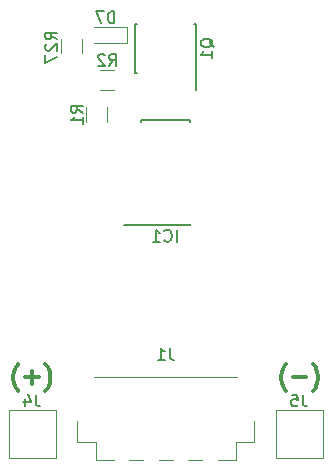
<source format=gbr>
G04 #@! TF.FileFunction,Legend,Bot*
%FSLAX46Y46*%
G04 Gerber Fmt 4.6, Leading zero omitted, Abs format (unit mm)*
G04 Created by KiCad (PCBNEW 4.0.6) date 03/19/17 21:40:27*
%MOMM*%
%LPD*%
G01*
G04 APERTURE LIST*
%ADD10C,0.100000*%
%ADD11C,0.300000*%
%ADD12C,0.150000*%
%ADD13C,0.120000*%
G04 APERTURE END LIST*
D10*
D11*
X-10185543Y-13746800D02*
X-10114115Y-13675371D01*
X-9971258Y-13461086D01*
X-9899829Y-13318229D01*
X-9828400Y-13103943D01*
X-9756972Y-12746800D01*
X-9756972Y-12461086D01*
X-9828400Y-12103943D01*
X-9899829Y-11889657D01*
X-9971258Y-11746800D01*
X-10114115Y-11532514D01*
X-10185543Y-11461086D01*
X-10756972Y-12603943D02*
X-11899829Y-12603943D01*
X-11328400Y-13175371D02*
X-11328400Y-12032514D01*
X-12471258Y-13746800D02*
X-12542686Y-13675371D01*
X-12685543Y-13461086D01*
X-12756972Y-13318229D01*
X-12828401Y-13103943D01*
X-12899829Y-12746800D01*
X-12899829Y-12461086D01*
X-12828401Y-12103943D01*
X-12756972Y-11889657D01*
X-12685543Y-11746800D01*
X-12542686Y-11532514D01*
X-12471258Y-11461086D01*
X12471257Y-13746800D02*
X12542685Y-13675371D01*
X12685542Y-13461086D01*
X12756971Y-13318229D01*
X12828400Y-13103943D01*
X12899828Y-12746800D01*
X12899828Y-12461086D01*
X12828400Y-12103943D01*
X12756971Y-11889657D01*
X12685542Y-11746800D01*
X12542685Y-11532514D01*
X12471257Y-11461086D01*
X11899828Y-12603943D02*
X10756971Y-12603943D01*
X10185542Y-13746800D02*
X10114114Y-13675371D01*
X9971257Y-13461086D01*
X9899828Y-13318229D01*
X9828399Y-13103943D01*
X9756971Y-12746800D01*
X9756971Y-12461086D01*
X9828399Y-12103943D01*
X9899828Y-11889657D01*
X9971257Y-11746800D01*
X10114114Y-11532514D01*
X10185542Y-11461086D01*
D12*
X-2120264Y270247D02*
X-2120264Y295247D01*
X2029736Y270247D02*
X2029736Y385247D01*
X2029736Y9170247D02*
X2029736Y9055247D01*
X-2120264Y9170247D02*
X-2120264Y9055247D01*
X-2120264Y270247D02*
X2029736Y270247D01*
X-2120264Y9170247D02*
X2029736Y9170247D01*
X-2120264Y295247D02*
X-3495264Y295247D01*
D13*
X-6050000Y-12599000D02*
X6050000Y-12599000D01*
X-7500000Y-18099000D02*
X-7500000Y-16299000D01*
X-7500000Y-18099000D02*
X-5930000Y-18099000D01*
X-5930000Y-19599000D02*
X-5930000Y-18099000D01*
X-3100000Y-19599000D02*
X-1900000Y-19599000D01*
X7500000Y-18099000D02*
X7500000Y-16299000D01*
X5930000Y-18099000D02*
X7500000Y-18099000D01*
X5930000Y-19599000D02*
X5930000Y-18099000D01*
X-5930000Y-19599000D02*
X-4400000Y-19599000D01*
X-600000Y-19599000D02*
X600000Y-19599000D01*
X1900000Y-19599000D02*
X3100000Y-19599000D01*
X4400000Y-19599000D02*
X5930000Y-19599000D01*
D12*
X2575000Y13165000D02*
X2525000Y13165000D01*
X2575000Y17315000D02*
X2430000Y17315000D01*
X-2575000Y17315000D02*
X-2430000Y17315000D01*
X-2575000Y13165000D02*
X-2430000Y13165000D01*
X2575000Y13165000D02*
X2575000Y17315000D01*
X-2575000Y13165000D02*
X-2575000Y17315000D01*
X2525000Y13165000D02*
X2525000Y11765000D01*
D13*
X-4962000Y9052000D02*
X-4962000Y10252000D01*
X-6722000Y10252000D02*
X-6722000Y9052000D01*
X-5553000Y11693000D02*
X-4353000Y11693000D01*
X-4353000Y13453000D02*
X-5553000Y13453000D01*
X-13303000Y-15399000D02*
X-13303000Y-19399000D01*
X-9303000Y-19399000D02*
X-13303000Y-19399000D01*
X-9303000Y-15399000D02*
X-9303000Y-19399000D01*
X-9303000Y-15399000D02*
X-13303000Y-15399000D01*
X9303000Y-15399000D02*
X9303000Y-19399000D01*
X13303000Y-19399000D02*
X9303000Y-19399000D01*
X13303000Y-15399000D02*
X13303000Y-19399000D01*
X13303000Y-15399000D02*
X9303000Y-15399000D01*
X-3280000Y17083000D02*
X-3280000Y15683000D01*
X-3280000Y15683000D02*
X-6080000Y15683000D01*
X-3280000Y17083000D02*
X-6080000Y17083000D01*
X-8881000Y16030500D02*
X-8881000Y14830500D01*
X-7121000Y14830500D02*
X-7121000Y16030500D01*
D12*
X930926Y-1107134D02*
X930926Y-107134D01*
X-116693Y-1011896D02*
X-69074Y-1059515D01*
X73783Y-1107134D01*
X169021Y-1107134D01*
X311879Y-1059515D01*
X407117Y-964277D01*
X454736Y-869039D01*
X502355Y-678563D01*
X502355Y-535705D01*
X454736Y-345229D01*
X407117Y-249991D01*
X311879Y-154753D01*
X169021Y-107134D01*
X73783Y-107134D01*
X-69074Y-154753D01*
X-116693Y-202372D01*
X-1069074Y-1107134D02*
X-497645Y-1107134D01*
X-783359Y-1107134D02*
X-783359Y-107134D01*
X-688121Y-249991D01*
X-592883Y-345229D01*
X-497645Y-392848D01*
X333333Y-10120381D02*
X333333Y-10834667D01*
X380953Y-10977524D01*
X476191Y-11072762D01*
X619048Y-11120381D01*
X714286Y-11120381D01*
X-666667Y-11120381D02*
X-95238Y-11120381D01*
X-380952Y-11120381D02*
X-380952Y-10120381D01*
X-285714Y-10263238D01*
X-190476Y-10358476D01*
X-95238Y-10406095D01*
X4047619Y15335238D02*
X4000000Y15430476D01*
X3904762Y15525714D01*
X3761905Y15668571D01*
X3714286Y15763810D01*
X3714286Y15859048D01*
X3952381Y15811429D02*
X3904762Y15906667D01*
X3809524Y16001905D01*
X3619048Y16049524D01*
X3285714Y16049524D01*
X3095238Y16001905D01*
X3000000Y15906667D01*
X2952381Y15811429D01*
X2952381Y15620952D01*
X3000000Y15525714D01*
X3095238Y15430476D01*
X3285714Y15382857D01*
X3619048Y15382857D01*
X3809524Y15430476D01*
X3904762Y15525714D01*
X3952381Y15620952D01*
X3952381Y15811429D01*
X3952381Y14430476D02*
X3952381Y15001905D01*
X3952381Y14716191D02*
X2952381Y14716191D01*
X3095238Y14811429D01*
X3190476Y14906667D01*
X3238095Y15001905D01*
X-7039619Y9818666D02*
X-7515810Y10152000D01*
X-7039619Y10390095D02*
X-8039619Y10390095D01*
X-8039619Y10009142D01*
X-7992000Y9913904D01*
X-7944381Y9866285D01*
X-7849143Y9818666D01*
X-7706286Y9818666D01*
X-7611048Y9866285D01*
X-7563429Y9913904D01*
X-7515810Y10009142D01*
X-7515810Y10390095D01*
X-7039619Y8866285D02*
X-7039619Y9437714D01*
X-7039619Y9152000D02*
X-8039619Y9152000D01*
X-7896762Y9247238D01*
X-7801524Y9342476D01*
X-7753905Y9437714D01*
X-4786334Y13770619D02*
X-4453000Y14246810D01*
X-4214905Y13770619D02*
X-4214905Y14770619D01*
X-4595858Y14770619D01*
X-4691096Y14723000D01*
X-4738715Y14675381D01*
X-4786334Y14580143D01*
X-4786334Y14437286D01*
X-4738715Y14342048D01*
X-4691096Y14294429D01*
X-4595858Y14246810D01*
X-4214905Y14246810D01*
X-5167286Y14675381D02*
X-5214905Y14723000D01*
X-5310143Y14770619D01*
X-5548239Y14770619D01*
X-5643477Y14723000D01*
X-5691096Y14675381D01*
X-5738715Y14580143D01*
X-5738715Y14484905D01*
X-5691096Y14342048D01*
X-5119667Y13770619D01*
X-5738715Y13770619D01*
X-10995067Y-14057381D02*
X-10995067Y-14771667D01*
X-10947447Y-14914524D01*
X-10852209Y-15009762D01*
X-10709352Y-15057381D01*
X-10614114Y-15057381D01*
X-11899829Y-14390714D02*
X-11899829Y-15057381D01*
X-11661733Y-14009762D02*
X-11423638Y-14724048D01*
X-12042686Y-14724048D01*
X11610933Y-14057381D02*
X11610933Y-14771667D01*
X11658553Y-14914524D01*
X11753791Y-15009762D01*
X11896648Y-15057381D01*
X11991886Y-15057381D01*
X10658552Y-14057381D02*
X11134743Y-14057381D01*
X11182362Y-14533571D01*
X11134743Y-14485952D01*
X11039505Y-14438333D01*
X10801409Y-14438333D01*
X10706171Y-14485952D01*
X10658552Y-14533571D01*
X10610933Y-14628810D01*
X10610933Y-14866905D01*
X10658552Y-14962143D01*
X10706171Y-15009762D01*
X10801409Y-15057381D01*
X11039505Y-15057381D01*
X11134743Y-15009762D01*
X11182362Y-14962143D01*
X-4341905Y17380619D02*
X-4341905Y18380619D01*
X-4580000Y18380619D01*
X-4722858Y18333000D01*
X-4818096Y18237762D01*
X-4865715Y18142524D01*
X-4913334Y17952048D01*
X-4913334Y17809190D01*
X-4865715Y17618714D01*
X-4818096Y17523476D01*
X-4722858Y17428238D01*
X-4580000Y17380619D01*
X-4341905Y17380619D01*
X-5246667Y18380619D02*
X-5913334Y18380619D01*
X-5484762Y17380619D01*
X-9199619Y16009857D02*
X-9675810Y16343191D01*
X-9199619Y16581286D02*
X-10199619Y16581286D01*
X-10199619Y16200333D01*
X-10152000Y16105095D01*
X-10104381Y16057476D01*
X-10009143Y16009857D01*
X-9866286Y16009857D01*
X-9771048Y16057476D01*
X-9723429Y16105095D01*
X-9675810Y16200333D01*
X-9675810Y16581286D01*
X-10104381Y15628905D02*
X-10152000Y15581286D01*
X-10199619Y15486048D01*
X-10199619Y15247952D01*
X-10152000Y15152714D01*
X-10104381Y15105095D01*
X-10009143Y15057476D01*
X-9913905Y15057476D01*
X-9771048Y15105095D01*
X-9199619Y15676524D01*
X-9199619Y15057476D01*
X-10199619Y14724143D02*
X-10199619Y14057476D01*
X-9199619Y14486048D01*
M02*

</source>
